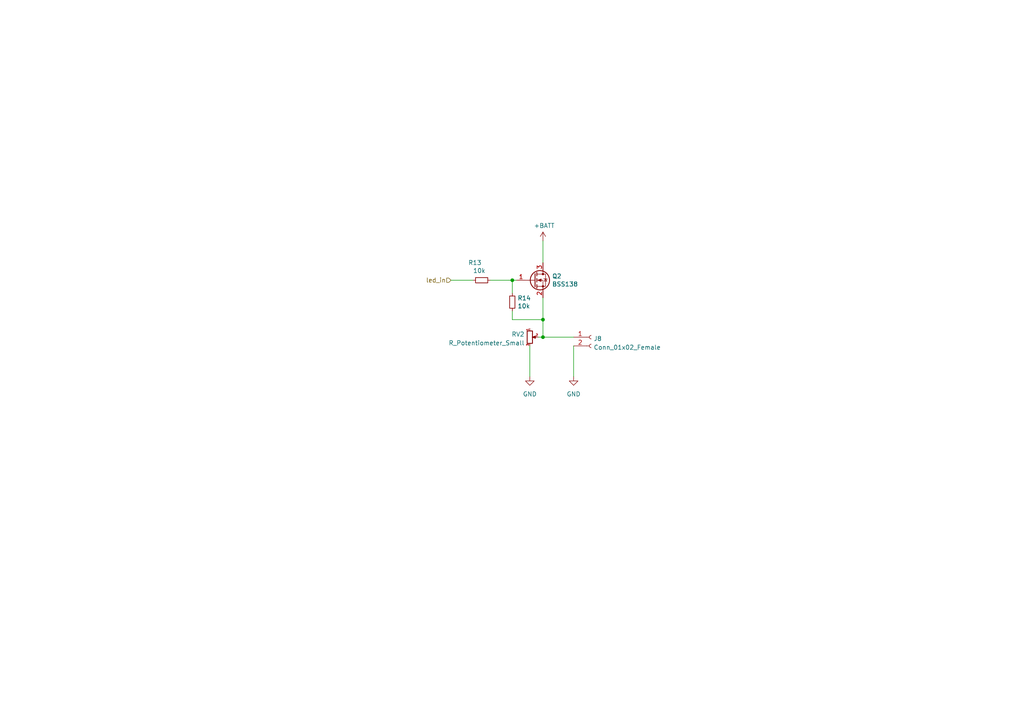
<source format=kicad_sch>
(kicad_sch (version 20211123) (generator eeschema)
  (paper "A4")
  (lib_symbols
    (symbol "Connector:Conn_01x02_Female" (pin_names (offset 1.016) hide)
      (property "Reference" "J" (at 0 2.54 0))
      (property "Value" "Conn_01x02_Female" (at 0 -5.08 0))
      (symbol "Conn_01x02_Female_1_1"
        (arc (start 0 -2.032) (mid -0.508 -2.54) (end 0 -3.048) (stroke (width 0.1524)))
        (polyline (pts (xy -1.27 -2.54) (xy -0.508 -2.54)) (stroke (width 0.1524)))
        (polyline (pts (xy -1.27 0) (xy -0.508 0)) (stroke (width 0.1524)))
        (arc (start 0 0.508) (mid -0.508 0) (end 0 -0.508) (stroke (width 0.1524)))
        (pin passive line (at -5.08 0 0) (length 3.81) (name "Pin_1") (number "1"))
        (pin passive line (at -5.08 -2.54 0) (length 3.81) (name "Pin_2") (number "2"))
      )
    )
    (symbol "Device:R_Potentiometer_Small" (pin_names (offset 1.016) hide)
      (property "Reference" "RV" (at -4.445 0 90))
      (property "Value" "R_Potentiometer_Small" (at -2.54 0 90))
      (symbol "R_Potentiometer_Small_0_1"
        (polyline (pts (xy 0.889 0) (xy 0.635 0) (xy 1.651 0.381) (xy 1.651 -0.381) (xy 0.635 0) (xy 0.889 0)) (fill (type outline)))
        (rectangle (start 0.762 1.8034) (end -0.762 -1.8034) (stroke (width 0.254)))
      )
      (symbol "R_Potentiometer_Small_1_1"
        (pin passive line (at 0 2.54 270) (length 0.635) (name "1") (number "1"))
        (pin passive line (at 2.54 0 180) (length 0.9906) (name "2") (number "2"))
        (pin passive line (at 0 -2.54 90) (length 0.635) (name "3") (number "3"))
      )
    )
    (symbol "Device:R_Small" (pin_numbers hide) (pin_names (offset 0.254) hide)
      (property "Reference" "R" (at 0.762 0.508 0))
      (property "Value" "R_Small" (at 0.762 -1.016 0))
      (symbol "R_Small_0_1"
        (rectangle (start -0.762 1.778) (end 0.762 -1.778) (stroke (width 0.2032)))
      )
      (symbol "R_Small_1_1"
        (pin passive line (at 0 2.54 270) (length 0.762) (name "~") (number "1"))
        (pin passive line (at 0 -2.54 90) (length 0.762) (name "~") (number "2"))
      )
    )
    (symbol "Transistor_FET:BSS138" (pin_names hide)
      (property "Reference" "Q" (at 5.08 1.905 0))
      (property "Value" "BSS138" (at 5.08 0 0))
      (symbol "BSS138_0_1"
        (polyline (pts (xy 0.254 0) (xy -2.54 0)))
        (polyline (pts (xy 0.254 1.905) (xy 0.254 -1.905)) (stroke (width 0.254)))
        (polyline (pts (xy 0.762 -1.27) (xy 0.762 -2.286)) (stroke (width 0.254)))
        (polyline (pts (xy 0.762 0.508) (xy 0.762 -0.508)) (stroke (width 0.254)))
        (polyline (pts (xy 0.762 2.286) (xy 0.762 1.27)) (stroke (width 0.254)))
        (polyline (pts (xy 2.54 2.54) (xy 2.54 1.778)))
        (polyline (pts (xy 2.54 -2.54) (xy 2.54 0) (xy 0.762 0)))
        (polyline (pts (xy 0.762 -1.778) (xy 3.302 -1.778) (xy 3.302 1.778) (xy 0.762 1.778)))
        (polyline (pts (xy 1.016 0) (xy 2.032 0.381) (xy 2.032 -0.381) (xy 1.016 0)) (fill (type outline)))
        (polyline (pts (xy 2.794 0.508) (xy 2.921 0.381) (xy 3.683 0.381) (xy 3.81 0.254)))
        (polyline (pts (xy 3.302 0.381) (xy 2.921 -0.254) (xy 3.683 -0.254) (xy 3.302 0.381)))
        (circle (center 1.651 0) (radius 2.794) (stroke (width 0.254)))
        (circle (center 2.54 -1.778) (radius 0.254) (fill (type outline)))
        (circle (center 2.54 1.778) (radius 0.254) (fill (type outline)))
      )
      (symbol "BSS138_1_1"
        (pin input line (at -5.08 0 0) (length 2.54) (name "G") (number "1"))
        (pin passive line (at 2.54 -5.08 90) (length 2.54) (name "S") (number "2"))
        (pin passive line (at 2.54 5.08 270) (length 2.54) (name "D") (number "3"))
      )
    )
    (symbol "power:+BATT" (power) (pin_names (offset 0))
      (property "Value" "+BATT" (at 0 3.556 0))
      (symbol "+BATT_0_1"
        (polyline (pts (xy -0.762 1.27) (xy 0 2.54)))
        (polyline (pts (xy 0 0) (xy 0 2.54)))
        (polyline (pts (xy 0 2.54) (xy 0.762 1.27)))
      )
      (symbol "+BATT_1_1"
        (pin power_in line (at 0 0 90) (length 0) hide (name "+BATT") (number "1"))
      )
    )
    (symbol "power:GND" (power) (pin_names (offset 0))
      (property "Value" "GND" (at 0 -3.81 0))
      (symbol "GND_0_1"
        (polyline (pts (xy 0 0) (xy 0 -1.27) (xy 1.27 -1.27) (xy 0 -2.54) (xy -1.27 -1.27) (xy 0 -1.27)))
      )
      (symbol "GND_1_1"
        (pin power_in line (at 0 0 270) (length 0) hide (name "GND") (number "1"))
      )
    )
  )
  (junction (at 148.59 81.28))
  (junction (at 157.48 97.79))
  (junction (at 157.48 92.71))
  (wire (pts (xy 130.81 81.28) (xy 137.16 81.28)))
  (wire (pts (xy 156.21 97.79) (xy 157.48 97.79)))
  (wire (pts (xy 142.24 81.28) (xy 148.59 81.28)))
  (wire (pts (xy 157.48 92.71) (xy 157.48 97.79)))
  (wire (pts (xy 157.48 97.79) (xy 166.37 97.79)))
  (wire (pts (xy 157.48 86.36) (xy 157.48 92.71)))
  (wire (pts (xy 148.59 81.28) (xy 149.86 81.28)))
  (wire (pts (xy 153.67 100.33) (xy 153.67 109.22)))
  (wire (pts (xy 157.48 92.71) (xy 148.59 92.71)))
  (wire (pts (xy 166.37 100.33) (xy 166.37 109.22)))
  (wire (pts (xy 148.59 85.09) (xy 148.59 81.28)))
  (wire (pts (xy 157.48 69.85) (xy 157.48 76.2)))
  (wire (pts (xy 148.59 90.17) (xy 148.59 92.71)))
  (hierarchical_label "led_in" (shape input) (at 130.81 81.28 180))
  (symbol (lib_id "power:+BATT") (at 157.48 69.85 0) (unit 1)
    (property "Reference" "#PWR052" (effects hide))
    (property "Value" "+BATT" (at 157.861 65.4558 0))
  )
  (symbol (lib_id "Transistor_FET:BSS138") (at 154.94 81.28 0) (unit 1)
    (property "Reference" "Q2" (at 160.1216 80.1116 0) (effects (justify left)))
    (property "Value" "BSS138" (at 160.1216 82.423 0) (effects (justify left)))
    (property "Footprint" "Package_TO_SOT_SMD:SOT-23" (effects hide))
    (property "Datasheet" "https://www.onsemi.com/pub/Collateral/BSS138-D.PDF" (effects hide))
  )
  (symbol (lib_id "Device:R_Potentiometer_Small") (at 153.67 97.79 0) (unit 1)
    (property "Reference" "RV2" (at 152.1461 96.9553 0) (effects (justify right)))
    (property "Value" "R_Potentiometer_Small" (at 152.1461 99.4922 0) (effects (justify right)))
    (property "Footprint" "Potentiometer_THT:Potentiometer_Vishay_T73YP_Vertical" (effects hide))
  )
  (symbol (lib_id "Device:R_Small") (at 139.7 81.28 90) (unit 1)
    (property "Reference" "R13" (at 139.7 76.2 90) (effects (justify left)))
    (property "Value" "10k" (at 140.843 78.5114 90) (effects (justify left)))
    (property "Footprint" "Resistor_SMD:R_0603_1608Metric_Pad0.98x0.95mm_HandSolder" (effects hide))
  )
  (symbol (lib_id "Connector:Conn_01x02_Female") (at 171.45 97.79 0) (unit 1)
    (property "Reference" "J8" (at 172.1612 98.2253 0) (effects (justify left)))
    (property "Value" "Conn_01x02_Female" (at 172.1612 100.7622 0) (effects (justify left)))
    (property "Footprint" "Connector_PinSocket_2.54mm:PinSocket_1x02_P2.54mm_Horizontal" (effects hide))
  )
  (symbol (lib_id "Device:R_Small") (at 148.59 87.63 0) (unit 1)
    (property "Reference" "R14" (at 150.0886 86.4616 0) (effects (justify left)))
    (property "Value" "10k" (at 150.0886 88.773 0) (effects (justify left)))
    (property "Footprint" "Resistor_SMD:R_0603_1608Metric_Pad0.98x0.95mm_HandSolder" (effects hide))
  )
  (symbol (lib_id "power:GND") (at 166.37 109.22 0) (unit 1)
    (property "Reference" "#PWR053" (effects hide))
    (property "Value" "GND" (at 166.37 114.3 0))
  )
  (symbol (lib_id "power:GND") (at 153.67 109.22 0) (unit 1)
    (property "Reference" "#PWR051" (effects hide))
    (property "Value" "GND" (at 153.67 114.3 0))
  )
)
</source>
